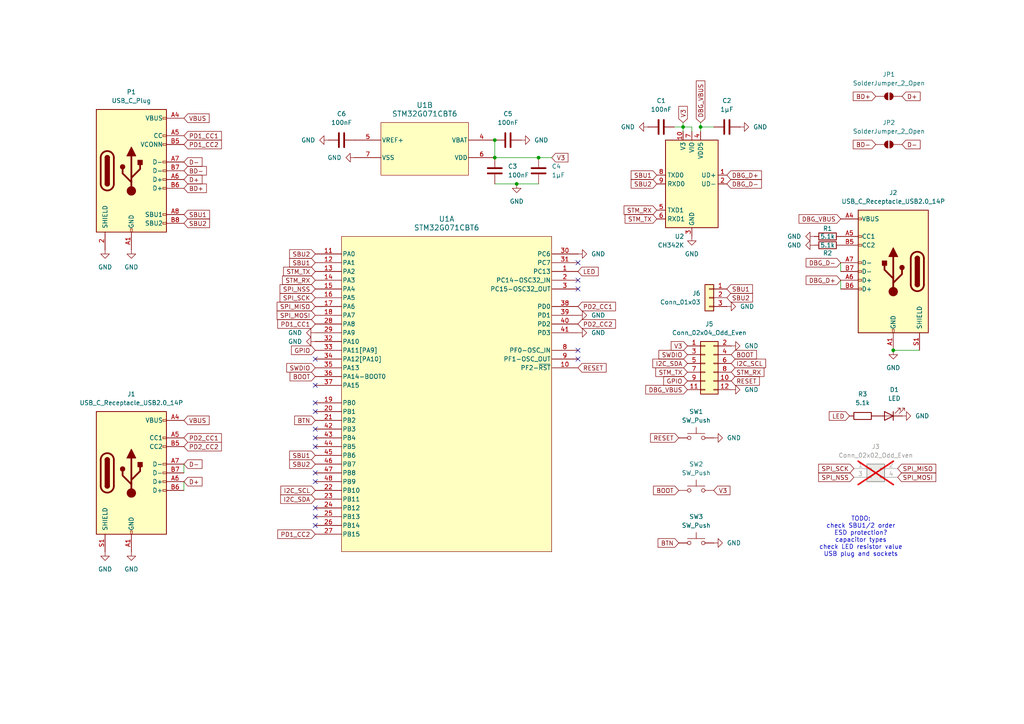
<source format=kicad_sch>
(kicad_sch (version 20231120) (generator "eeschema") (generator_version "8.0")
  (paper "A4")
  (lib_symbols
    (symbol "Connector:USB_C_Plug" (pin_names (offset 1.016))
      (property "Reference" "P1" (at 0 33.02 0))
      (property "Value" "USB_C_Plug" (at 0 30.48 0))
      (symbol "USB_C_Plug_0_0"
        (rectangle (start -0.254 -6.604) (end 0.254 -7.62))
        (rectangle (start 9.144 5.334) (end 10.16 4.826))
        (rectangle (start 9.144 7.874) (end 10.16 7.366))
        (rectangle (start 9.144 10.414) (end 10.16 9.906))
        (rectangle (start 9.144 12.954) (end 10.16 12.446))
        (rectangle (start 9.144 18.034) (end 10.16 17.526))
        (rectangle (start 10.16 -4.826) (end 9.144 -5.334))
        (rectangle (start 10.16 -2.286) (end 9.144 -2.794))
        (rectangle (start 10.16 20.574) (end 9.144 20.066))
        (rectangle (start 10.16 25.654) (end 9.144 25.146))
      )
      (symbol "USB_C_Plug_0_1"
        (rectangle (start -10.16 27.94) (end 10.16 -7.62) (stroke (width 0.254)) (fill (type background)))
        (arc (start -8.89 6.35) (mid -6.985 4.4533) (end -5.08 6.35) (stroke (width 0.508)))
        (arc (start -7.62 6.35) (mid -6.985 5.7177) (end -6.35 6.35) (stroke (width 0.254)))
        (arc (start -7.62 6.35) (mid -6.985 5.7177) (end -6.35 6.35) (stroke (width 0.254)) (fill (type outline)))
        (rectangle (start -7.62 6.35) (end -6.35 13.97) (stroke (width 0.254)) (fill (type outline)))
        (arc (start -6.35 13.97) (mid -6.985 14.6023) (end -7.62 13.97) (stroke (width 0.254)))
        (arc (start -6.35 13.97) (mid -6.985 14.6023) (end -7.62 13.97) (stroke (width 0.254)) (fill (type outline)))
        (arc (start -5.08 13.97) (mid -6.985 15.8667) (end -8.89 13.97) (stroke (width 0.508)))
        (polyline (pts (xy -8.89 6.35) (xy -8.89 13.97)) (stroke (width 0.508)))
        (polyline (pts (xy -5.08 13.97) (xy -5.08 6.35)) (stroke (width 0.508)))
      )
      (symbol "USB_C_Plug_1_1"
        (circle (center -2.54 11.303) (radius 0.635) (stroke (width 0.254)) (fill (type outline)))
        (polyline (pts (xy 0 4.318) (xy 0 14.478)) (stroke (width 0.508)))
        (polyline (pts (xy 0 6.858) (xy -2.54 9.398) (xy -2.54 10.668)) (stroke (width 0.508)))
        (polyline (pts (xy 0 8.128) (xy 2.54 10.668) (xy 2.54 11.938)) (stroke (width 0.508)))
        (polyline (pts (xy -1.27 14.478) (xy 0 17.018) (xy 1.27 14.478) (xy -1.27 14.478)) (stroke (width 0.254)) (fill (type outline)))
        (circle (center 0 4.318) (radius 1.27) (fill (type outline)))
        (rectangle (start 1.905 11.938) (end 3.175 13.208) (stroke (width 0.254)) (fill (type outline)))
        (pin passive line (at -7.62 -12.7 90) (length 5.08) (name "SHIELD") (number "2"))
        (pin passive line (at -7.62 -12.7 90) (length 5.08) hide (name "SHIELD") (number "3"))
        (pin passive line (at 0 -12.7 90) (length 5.08) (name "GND") (number "A1"))
        (pin passive line (at 0 -12.7 90) (length 5.08) hide (name "GND") (number "A12"))
        (pin passive line (at 15.24 25.4 180) (length 5.08) (name "VBUS") (number "A4"))
        (pin bidirectional line (at 15.24 20.32 180) (length 5.08) (name "CC") (number "A5"))
        (pin bidirectional line (at 15.24 7.62 180) (length 5.08) (name "D+") (number "A6"))
        (pin bidirectional line (at 15.24 12.7 180) (length 5.08) (name "D-") (number "A7"))
        (pin bidirectional line (at 15.24 -2.54 180) (length 5.08) (name "SBU1") (number "A8"))
        (pin passive line (at 15.24 25.4 180) (length 5.08) hide (name "VBUS") (number "A9"))
        (pin passive line (at 0 -12.7 90) (length 5.08) hide (name "GND") (number "B1"))
        (pin passive line (at 0 -12.7 90) (length 5.08) hide (name "GND") (number "B12"))
        (pin passive line (at 15.24 25.4 180) (length 5.08) hide (name "VBUS") (number "B4"))
        (pin bidirectional line (at 15.24 17.78 180) (length 5.08) (name "VCONN") (number "B5"))
        (pin bidirectional line (at 15.24 5.08 180) (length 5.08) (name "D+") (number "B6"))
        (pin bidirectional line (at 15.24 10.16 180) (length 5.08) (name "D-") (number "B7"))
        (pin bidirectional line (at 15.24 -5.08 180) (length 5.08) (name "SBU2") (number "B8"))
        (pin passive line (at 15.24 25.4 180) (length 5.08) hide (name "VBUS") (number "B9"))
      )
    )
    (symbol "Connector:USB_C_Receptacle_USB2.0_14P" (pin_names (offset 1.016))
      (property "Reference" "J2" (at 0 22.86 0))
      (property "Value" "USB_C_Receptacle_USB2.0_14P" (at 0 20.32 0))
      (symbol "USB_C_Receptacle_USB2.0_14P_0_0"
        (rectangle (start -0.254 -17.78) (end 0.254 -16.764))
        (rectangle (start 10.16 -4.826) (end 9.144 -5.334))
        (rectangle (start 10.16 -2.286) (end 9.144 -2.794))
        (rectangle (start 10.16 0.254) (end 9.144 -0.254))
        (rectangle (start 10.16 2.794) (end 9.144 2.286))
        (rectangle (start 10.16 7.874) (end 9.144 7.366))
        (rectangle (start 10.16 10.414) (end 9.144 9.906))
        (rectangle (start 10.16 15.494) (end 9.144 14.986))
      )
      (symbol "USB_C_Receptacle_USB2.0_14P_0_1"
        (rectangle (start -10.16 17.78) (end 10.16 -17.78) (stroke (width 0.254)) (fill (type background)))
        (arc (start -8.89 -3.81) (mid -6.985 -5.7067) (end -5.08 -3.81) (stroke (width 0.508)))
        (arc (start -7.62 -3.81) (mid -6.985 -4.4423) (end -6.35 -3.81) (stroke (width 0.254)))
        (arc (start -7.62 -3.81) (mid -6.985 -4.4423) (end -6.35 -3.81) (stroke (width 0.254)) (fill (type outline)))
        (rectangle (start -7.62 -3.81) (end -6.35 3.81) (stroke (width 0.254)) (fill (type outline)))
        (arc (start -6.35 3.81) (mid -6.985 4.4423) (end -7.62 3.81) (stroke (width 0.254)))
        (arc (start -6.35 3.81) (mid -6.985 4.4423) (end -7.62 3.81) (stroke (width 0.254)) (fill (type outline)))
        (arc (start -5.08 3.81) (mid -6.985 5.7067) (end -8.89 3.81) (stroke (width 0.508)))
        (circle (center -2.54 1.143) (radius 0.635) (stroke (width 0.254)) (fill (type outline)))
        (circle (center 0 -5.842) (radius 1.27) (fill (type outline)))
        (polyline (pts (xy -8.89 -3.81) (xy -8.89 3.81)) (stroke (width 0.508)))
        (polyline (pts (xy -5.08 3.81) (xy -5.08 -3.81)) (stroke (width 0.508)))
        (polyline (pts (xy 0 -5.842) (xy 0 4.318)) (stroke (width 0.508)))
        (polyline (pts (xy 0 -3.302) (xy -2.54 -0.762) (xy -2.54 0.508)) (stroke (width 0.508)))
        (polyline (pts (xy 0 -2.032) (xy 2.54 0.508) (xy 2.54 1.778)) (stroke (width 0.508)))
        (polyline (pts (xy -1.27 4.318) (xy 0 6.858) (xy 1.27 4.318) (xy -1.27 4.318)) (stroke (width 0.254)) (fill (type outline)))
        (rectangle (start 1.905 1.778) (end 3.175 3.048) (stroke (width 0.254)) (fill (type outline)))
      )
      (symbol "USB_C_Receptacle_USB2.0_14P_1_1"
        (pin passive line (at 0 -22.86 90) (length 5.08) (name "GND") (number "A1"))
        (pin passive line (at 15.24 15.24 180) (length 5.08) (name "VBUS") (number "A4"))
        (pin bidirectional line (at 15.24 10.16 180) (length 5.08) (name "CC1") (number "A5"))
        (pin bidirectional line (at 15.24 -2.54 180) (length 5.08) (name "D+") (number "A6"))
        (pin bidirectional line (at 15.24 2.54 180) (length 5.08) (name "D-") (number "A7"))
        (pin passive line (at 0 -22.86 90) (length 5.08) hide (name "GND") (number "B1"))
        (pin passive line (at 15.24 15.24 180) (length 5.08) hide (name "VBUS") (number "B4"))
        (pin bidirectional line (at 15.24 7.62 180) (length 5.08) (name "CC2") (number "B5"))
        (pin bidirectional line (at 15.24 -5.08 180) (length 5.08) (name "D+") (number "B6"))
        (pin bidirectional line (at 15.24 0 180) (length 5.08) (name "D-") (number "B7"))
        (pin passive line (at -7.62 -22.86 90) (length 5.08) (name "SHIELD") (number "S1"))
      )
    )
    (symbol "Connector_Generic:Conn_01x03" (pin_names (offset 1.016) hide)
      (property "Reference" "J" (at 0 5.08 0))
      (property "Value" "Conn_01x03" (at 0 -5.08 0))
      (symbol "Conn_01x03_1_1"
        (rectangle (start -1.27 -2.413) (end 0 -2.667) (stroke (width 0.1524)))
        (rectangle (start -1.27 0.127) (end 0 -0.127) (stroke (width 0.1524)))
        (rectangle (start -1.27 2.667) (end 0 2.413) (stroke (width 0.1524)))
        (rectangle (start -1.27 3.81) (end 1.27 -3.81) (stroke (width 0.254)) (fill (type background)))
        (pin passive line (at -5.08 2.54 0) (length 3.81) (name "Pin_1") (number "1"))
        (pin passive line (at -5.08 0 0) (length 3.81) (name "Pin_2") (number "2"))
        (pin passive line (at -5.08 -2.54 0) (length 3.81) (name "Pin_3") (number "3"))
      )
    )
    (symbol "Connector_Generic:Conn_02x02_Odd_Even" (pin_names (offset 1.016) hide)
      (property "Reference" "J" (at 1.27 2.54 0))
      (property "Value" "Conn_02x02_Odd_Even" (at 1.27 -5.08 0))
      (symbol "Conn_02x02_Odd_Even_1_1"
        (rectangle (start -1.27 -2.413) (end 0 -2.667) (stroke (width 0.1524)))
        (rectangle (start -1.27 0.127) (end 0 -0.127) (stroke (width 0.1524)))
        (rectangle (start -1.27 1.27) (end 3.81 -3.81) (stroke (width 0.254)) (fill (type background)))
        (rectangle (start 3.81 -2.413) (end 2.54 -2.667) (stroke (width 0.1524)))
        (rectangle (start 3.81 0.127) (end 2.54 -0.127) (stroke (width 0.1524)))
        (pin passive line (at -5.08 0 0) (length 3.81) (name "Pin_1") (number "1"))
        (pin passive line (at 7.62 0 180) (length 3.81) (name "Pin_2") (number "2"))
        (pin passive line (at -5.08 -2.54 0) (length 3.81) (name "Pin_3") (number "3"))
        (pin passive line (at 7.62 -2.54 180) (length 3.81) (name "Pin_4") (number "4"))
      )
    )
    (symbol "Connector_Generic:Conn_02x06_Odd_Even" (pin_names (offset 1.016) hide)
      (property "Reference" "J" (at 1.27 7.62 0))
      (property "Value" "Conn_02x06_Odd_Even" (at 1.27 -10.16 0))
      (symbol "Conn_02x06_Odd_Even_1_1"
        (rectangle (start -1.27 -7.493) (end 0 -7.747) (stroke (width 0.1524)))
        (rectangle (start -1.27 -4.953) (end 0 -5.207) (stroke (width 0.1524)))
        (rectangle (start -1.27 -2.413) (end 0 -2.667) (stroke (width 0.1524)))
        (rectangle (start -1.27 0.127) (end 0 -0.127) (stroke (width 0.1524)))
        (rectangle (start -1.27 2.667) (end 0 2.413) (stroke (width 0.1524)))
        (rectangle (start -1.27 5.207) (end 0 4.953) (stroke (width 0.1524)))
        (rectangle (start -1.27 6.35) (end 3.81 -8.89) (stroke (width 0.254)) (fill (type background)))
        (rectangle (start 3.81 -7.493) (end 2.54 -7.747) (stroke (width 0.1524)))
        (rectangle (start 3.81 -4.953) (end 2.54 -5.207) (stroke (width 0.1524)))
        (rectangle (start 3.81 -2.413) (end 2.54 -2.667) (stroke (width 0.1524)))
        (rectangle (start 3.81 0.127) (end 2.54 -0.127) (stroke (width 0.1524)))
        (rectangle (start 3.81 2.667) (end 2.54 2.413) (stroke (width 0.1524)))
        (rectangle (start 3.81 5.207) (end 2.54 4.953) (stroke (width 0.1524)))
        (pin passive line (at -5.08 5.08 0) (length 3.81) (name "Pin_1") (number "1"))
        (pin passive line (at 7.62 -5.08 180) (length 3.81) (name "Pin_10") (number "10"))
        (pin passive line (at -5.08 -7.62 0) (length 3.81) (name "Pin_11") (number "11"))
        (pin passive line (at 7.62 -7.62 180) (length 3.81) (name "Pin_12") (number "12"))
        (pin passive line (at 7.62 5.08 180) (length 3.81) (name "Pin_2") (number "2"))
        (pin passive line (at -5.08 2.54 0) (length 3.81) (name "Pin_3") (number "3"))
        (pin passive line (at 7.62 2.54 180) (length 3.81) (name "Pin_4") (number "4"))
        (pin passive line (at -5.08 0 0) (length 3.81) (name "Pin_5") (number "5"))
        (pin passive line (at 7.62 0 180) (length 3.81) (name "Pin_6") (number "6"))
        (pin passive line (at -5.08 -2.54 0) (length 3.81) (name "Pin_7") (number "7"))
        (pin passive line (at 7.62 -2.54 180) (length 3.81) (name "Pin_8") (number "8"))
        (pin passive line (at -5.08 -5.08 0) (length 3.81) (name "Pin_9") (number "9"))
      )
    )
    (symbol "Debubo:STM32G071CBT6" (pin_names (offset 0.254))
      (property "Reference" "U" (at 38.1 10.16 0))
      (property "Value" "STM32G071CBT6" (at 38.1 7.62 0))
      (symbol "STM32G071CBT6_1_1"
        (rectangle (start 7.62 5.08) (end 68.58 -86.36) (fill (type background)))
        (pin bidirectional line (at 76.2 -5.08 180) (length 7.62) (name "PC13") (number "1"))
        (pin bidirectional line (at 76.2 -33.02 180) (length 7.62) (name "PF2-~{RST}") (number "10"))
        (pin bidirectional line (at 0 0 0) (length 7.62) (name "PA0") (number "11"))
        (pin bidirectional line (at 0 -2.54 0) (length 7.62) (name "PA1") (number "12"))
        (pin bidirectional line (at 0 -5.08 0) (length 7.62) (name "PA2") (number "13"))
        (pin bidirectional line (at 0 -7.62 0) (length 7.62) (name "PA3") (number "14"))
        (pin bidirectional line (at 0 -10.16 0) (length 7.62) (name "PA4") (number "15"))
        (pin bidirectional line (at 0 -12.7 0) (length 7.62) (name "PA5") (number "16"))
        (pin bidirectional line (at 0 -15.24 0) (length 7.62) (name "PA6") (number "17"))
        (pin bidirectional line (at 0 -17.78 0) (length 7.62) (name "PA7") (number "18"))
        (pin bidirectional line (at 0 -43.18 0) (length 7.62) (name "PB0") (number "19"))
        (pin bidirectional line (at 76.2 -7.62 180) (length 7.62) (name "PC14-OSC32_IN") (number "2"))
        (pin bidirectional line (at 0 -45.72 0) (length 7.62) (name "PB1") (number "20"))
        (pin bidirectional line (at 0 -48.26 0) (length 7.62) (name "PB2") (number "21"))
        (pin bidirectional line (at 0 -68.58 0) (length 7.62) (name "PB10") (number "22"))
        (pin bidirectional line (at 0 -71.12 0) (length 7.62) (name "PB11") (number "23"))
        (pin bidirectional line (at 0 -73.66 0) (length 7.62) (name "PB12") (number "24"))
        (pin bidirectional line (at 0 -76.2 0) (length 7.62) (name "PB13") (number "25"))
        (pin bidirectional line (at 0 -78.74 0) (length 7.62) (name "PB14") (number "26"))
        (pin bidirectional line (at 0 -81.28 0) (length 7.62) (name "PB15") (number "27"))
        (pin bidirectional line (at 0 -20.32 0) (length 7.62) (name "PA8") (number "28"))
        (pin bidirectional line (at 0 -22.86 0) (length 7.62) (name "PA9") (number "29"))
        (pin bidirectional line (at 76.2 -10.16 180) (length 7.62) (name "PC15-OSC32_OUT") (number "3"))
        (pin bidirectional line (at 76.2 0 180) (length 7.62) (name "PC6") (number "30"))
        (pin bidirectional line (at 76.2 -2.54 180) (length 7.62) (name "PC7") (number "31"))
        (pin bidirectional line (at 0 -25.4 0) (length 7.62) (name "PA10") (number "32"))
        (pin bidirectional line (at 0 -27.94 0) (length 7.62) (name "PA11[PA9]") (number "33"))
        (pin bidirectional line (at 0 -30.48 0) (length 7.62) (name "PA12[PA10]") (number "34"))
        (pin bidirectional line (at 0 -33.02 0) (length 7.62) (name "PA13") (number "35"))
        (pin bidirectional line (at 0 -35.56 0) (length 7.62) (name "PA14-BOOT0") (number "36"))
        (pin bidirectional line (at 0 -38.1 0) (length 7.62) (name "PA15") (number "37"))
        (pin bidirectional line (at 76.2 -15.24 180) (length 7.62) (name "PD0") (number "38"))
        (pin bidirectional line (at 76.2 -17.78 180) (length 7.62) (name "PD1") (number "39"))
        (pin bidirectional line (at 76.2 -20.32 180) (length 7.62) (name "PD2") (number "40"))
        (pin bidirectional line (at 76.2 -22.86 180) (length 7.62) (name "PD3") (number "41"))
        (pin bidirectional line (at 0 -50.8 0) (length 7.62) (name "PB3") (number "42"))
        (pin bidirectional line (at 0 -53.34 0) (length 7.62) (name "PB4") (number "43"))
        (pin bidirectional line (at 0 -55.88 0) (length 7.62) (name "PB5") (number "44"))
        (pin bidirectional line (at 0 -58.42 0) (length 7.62) (name "PB6") (number "45"))
        (pin bidirectional line (at 0 -60.96 0) (length 7.62) (name "PB7") (number "46"))
        (pin bidirectional line (at 0 -63.5 0) (length 7.62) (name "PB8") (number "47"))
        (pin bidirectional line (at 0 -66.04 0) (length 7.62) (name "PB9") (number "48"))
        (pin bidirectional line (at 76.2 -27.94 180) (length 7.62) (name "PF0-OSC_IN") (number "8"))
        (pin bidirectional line (at 76.2 -30.48 180) (length 7.62) (name "PF1-OSC_OUT") (number "9"))
      )
      (symbol "STM32G071CBT6_2_1"
        (rectangle (start 7.62 5.08) (end 33.02 -10.16) (fill (type background)))
        (pin power_in line (at 40.64 0 180) (length 7.62) (name "VBAT") (number "4"))
        (pin power_in line (at 0 0 0) (length 7.62) (name "VREF+") (number "5"))
        (pin power_in line (at 40.64 -5.08 180) (length 7.62) (name "VDD") (number "6"))
        (pin power_in line (at 0 -5.08 0) (length 7.62) (name "VSS") (number "7"))
      )
    )
    (symbol "Device:C" (pin_numbers hide) (pin_names (offset 0.254))
      (property "Reference" "C" (at 0.635 2.54 0))
      (property "Value" "C" (at 0.635 -2.54 0))
      (symbol "C_0_1"
        (polyline (pts (xy -2.032 -0.762) (xy 2.032 -0.762)) (stroke (width 0.508)))
        (polyline (pts (xy -2.032 0.762) (xy 2.032 0.762)) (stroke (width 0.508)))
      )
      (symbol "C_1_1"
        (pin passive line (at 0 3.81 270) (length 2.794) (name "~") (number "1"))
        (pin passive line (at 0 -3.81 90) (length 2.794) (name "~") (number "2"))
      )
    )
    (symbol "Device:LED" (pin_numbers hide) (pin_names (offset 1.016) hide)
      (property "Reference" "D" (at 0 2.54 0))
      (property "Value" "LED" (at 0 -2.54 0))
      (symbol "LED_0_1"
        (polyline (pts (xy -1.27 -1.27) (xy -1.27 1.27)) (stroke (width 0.254)))
        (polyline (pts (xy -1.27 0) (xy 1.27 0)))
        (polyline (pts (xy 1.27 -1.27) (xy 1.27 1.27) (xy -1.27 0) (xy 1.27 -1.27)) (stroke (width 0.254)))
        (polyline (pts (xy -3.048 -0.762) (xy -4.572 -2.286) (xy -3.81 -2.286) (xy -4.572 -2.286) (xy -4.572 -1.524)))
        (polyline (pts (xy -1.778 -0.762) (xy -3.302 -2.286) (xy -2.54 -2.286) (xy -3.302 -2.286) (xy -3.302 -1.524)))
      )
      (symbol "LED_1_1"
        (pin passive line (at -3.81 0 0) (length 2.54) (name "K") (number "1"))
        (pin passive line (at 3.81 0 180) (length 2.54) (name "A") (number "2"))
      )
    )
    (symbol "Device:R" (pin_numbers hide) (pin_names (offset 0))
      (property "Reference" "R" (at 2.032 0 90))
      (property "Value" "R" (at 0 0 90))
      (symbol "R_0_1"
        (rectangle (start -1.016 -2.54) (end 1.016 2.54) (stroke (width 0.254)))
      )
      (symbol "R_1_1"
        (pin passive line (at 0 3.81 270) (length 1.27) (name "~") (number "1"))
        (pin passive line (at 0 -3.81 90) (length 1.27) (name "~") (number "2"))
      )
    )
    (symbol "Interface_USB:CH340K"
      (property "Reference" "U2" (at 2.1941 -15.24 0))
      (property "Value" "CH342K" (at 2.1941 -17.78 0))
      (symbol "CH340K_0_1"
        (rectangle (start -7.62 12.7) (end 7.62 -12.7) (stroke (width 0.254)) (fill (type background)))
      )
      (symbol "CH340K_1_0"
        (pin passive line (at 0 -15.24 90) (length 2.54) hide (name "GND") (number "11"))
      )
      (symbol "CH340K_1_1"
        (pin bidirectional line (at -10.16 2.54 0) (length 2.54) (name "UD+") (number "1"))
        (pin passive line (at 2.54 15.24 270) (length 2.54) (name "V3") (number "10"))
        (pin bidirectional line (at -10.16 0 0) (length 2.54) (name "UD-") (number "2"))
        (pin power_in line (at 0 -15.24 90) (length 2.54) (name "GND") (number "3"))
        (pin power_in line (at -2.54 15.24 270) (length 2.54) (name "VDD5") (number "4"))
        (pin output line (at 10.16 -7.62 180) (length 2.54) (name "TXD1") (number "5"))
        (pin input line (at 10.16 -10.16 180) (length 2.54) (name "RXD1") (number "6"))
        (pin power_in line (at 0 15.24 270) (length 2.54) (name "VIO") (number "7"))
        (pin output line (at 10.16 2.54 180) (length 2.54) (name "TXD0") (number "8"))
        (pin input line (at 10.16 0 180) (length 2.54) (name "RXD0") (number "9"))
      )
    )
    (symbol "Jumper:SolderJumper_2_Open" (pin_numbers hide) (pin_names (offset 0) hide) (exclude_from_sim yes) (in_bom no)
      (property "Reference" "JP" (at 0 2.032 0))
      (property "Value" "SolderJumper_2_Open" (at 0 -2.54 0))
      (symbol "SolderJumper_2_Open_0_1"
        (arc (start -0.254 1.016) (mid -1.2656 0) (end -0.254 -1.016))
        (arc (start -0.254 1.016) (mid -1.2656 0) (end -0.254 -1.016) (fill (type outline)))
        (polyline (pts (xy -0.254 1.016) (xy -0.254 -1.016)))
        (polyline (pts (xy 0.254 1.016) (xy 0.254 -1.016)))
        (arc (start 0.254 -1.016) (mid 1.2656 0) (end 0.254 1.016))
        (arc (start 0.254 -1.016) (mid 1.2656 0) (end 0.254 1.016) (fill (type outline)))
      )
      (symbol "SolderJumper_2_Open_1_1"
        (pin passive line (at -3.81 0 0) (length 2.54) (name "A") (number "1"))
        (pin passive line (at 3.81 0 180) (length 2.54) (name "B") (number "2"))
      )
    )
    (symbol "Switch:SW_Push" (pin_numbers hide) (pin_names (offset 1.016) hide)
      (property "Reference" "SW" (at 1.27 2.54 0))
      (property "Value" "SW_Push" (at 0 -1.524 0))
      (symbol "SW_Push_0_1"
        (circle (center -2.032 0) (radius 0.508))
        (polyline (pts (xy 0 1.27) (xy 0 3.048)))
        (polyline (pts (xy 2.54 1.27) (xy -2.54 1.27)))
        (circle (center 2.032 0) (radius 0.508))
        (pin passive line (at -5.08 0 0) (length 2.54) (name "1") (number "1"))
        (pin passive line (at 5.08 0 180) (length 2.54) (name "2") (number "2"))
      )
    )
    (symbol "USB_C_Receptacle_USB2.0_14P_1" (pin_names (offset 1.016))
      (property "Reference" "J1" (at 0 22.86 0))
      (property "Value" "USB_C_Receptacle_USB2.0_14P" (at 0 20.32 0))
      (symbol "USB_C_Receptacle_USB2.0_14P_1_0_0"
        (rectangle (start -0.254 -17.78) (end 0.254 -16.764))
        (rectangle (start 10.16 -4.826) (end 9.144 -5.334))
        (rectangle (start 10.16 -2.286) (end 9.144 -2.794))
        (rectangle (start 10.16 0.254) (end 9.144 -0.254))
        (rectangle (start 10.16 2.794) (end 9.144 2.286))
        (rectangle (start 10.16 7.874) (end 9.144 7.366))
        (rectangle (start 10.16 10.414) (end 9.144 9.906))
        (rectangle (start 10.16 15.494) (end 9.144 14.986))
      )
      (symbol "USB_C_Receptacle_USB2.0_14P_1_0_1"
        (rectangle (start -10.16 17.78) (end 10.16 -17.78) (stroke (width 0.254)) (fill (type background)))
        (arc (start -8.89 -3.81) (mid -6.985 -5.7067) (end -5.08 -3.81) (stroke (width 0.508)))
        (arc (start -7.62 -3.81) (mid -6.985 -4.4423) (end -6.35 -3.81) (stroke (width 0.254)))
        (arc (start -7.62 -3.81) (mid -6.985 -4.4423) (end -6.35 -3.81) (stroke (width 0.254)) (fill (type outline)))
        (rectangle (start -7.62 -3.81) (end -6.35 3.81) (stroke (width 0.254)) (fill (type outline)))
        (arc (start -6.35 3.81) (mid -6.985 4.4423) (end -7.62 3.81) (stroke (width 0.254)))
        (arc (start -6.35 3.81) (mid -6.985 4.4423) (end -7.62 3.81) (stroke (width 0.254)) (fill (type outline)))
        (arc (start -5.08 3.81) (mid -6.985 5.7067) (end -8.89 3.81) (stroke (width 0.508)))
        (circle (center -2.54 1.143) (radius 0.635) (stroke (width 0.254)) (fill (type outline)))
        (circle (center 0 -5.842) (radius 1.27) (fill (type outline)))
        (polyline (pts (xy -8.89 -3.81) (xy -8.89 3.81)) (stroke (width 0.508)))
        (polyline (pts (xy -5.08 3.81) (xy -5.08 -3.81)) (stroke (width 0.508)))
        (polyline (pts (xy 0 -5.842) (xy 0 4.318)) (stroke (width 0.508)))
        (polyline (pts (xy 0 -3.302) (xy -2.54 -0.762) (xy -2.54 0.508)) (stroke (width 0.508)))
        (polyline (pts (xy 0 -2.032) (xy 2.54 0.508) (xy 2.54 1.778)) (stroke (width 0.508)))
        (polyline (pts (xy -1.27 4.318) (xy 0 6.858) (xy 1.27 4.318) (xy -1.27 4.318)) (stroke (width 0.254)) (fill (type outline)))
        (rectangle (start 1.905 1.778) (end 3.175 3.048) (stroke (width 0.254)) (fill (type outline)))
      )
      (symbol "USB_C_Receptacle_USB2.0_14P_1_1_1"
        (pin passive line (at 0 -22.86 90) (length 5.08) (name "GND") (number "A1"))
        (pin passive line (at 15.24 15.24 180) (length 5.08) (name "VBUS") (number "A4"))
        (pin bidirectional line (at 15.24 10.16 180) (length 5.08) (name "CC1") (number "A5"))
        (pin bidirectional line (at 15.24 -2.54 180) (length 5.08) (name "D+") (number "A6"))
        (pin bidirectional line (at 15.24 2.54 180) (length 5.08) (name "D-") (number "A7"))
        (pin passive line (at 0 -22.86 90) (length 5.08) hide (name "GND") (number "B1"))
        (pin passive line (at 15.24 15.24 180) (length 5.08) hide (name "VBUS") (number "B4"))
        (pin bidirectional line (at 15.24 7.62 180) (length 5.08) (name "CC2") (number "B5"))
        (pin bidirectional line (at 15.24 -5.08 180) (length 5.08) (name "D+") (number "B6"))
        (pin bidirectional line (at 15.24 0 180) (length 5.08) (name "D-") (number "B7"))
        (pin passive line (at -7.62 -22.86 90) (length 5.08) (name "SHIELD") (number "S1"))
      )
    )
    (symbol "power:GND" (power) (pin_numbers hide) (pin_names (offset 0) hide)
      (property "Value" "GND" (at 0 -3.81 0))
      (symbol "GND_0_1"
        (polyline (pts (xy 0 0) (xy 0 -1.27) (xy 1.27 -1.27) (xy 0 -2.54) (xy -1.27 -1.27) (xy 0 -1.27)))
      )
      (symbol "GND_1_1"
        (pin power_in line (at 0 0 270) (length 0) (name "~") (number "1"))
      )
    )
  )
  (junction (at 156.21 45.72))
  (junction (at 198.12 36.83))
  (junction (at 259.08 101.6))
  (junction (at 203.2 36.83))
  (junction (at 143.51 45.72))
  (junction (at 143.51 40.64))
  (junction (at 149.86 53.34))
  (no_connect (at 167.64 81.28))
  (no_connect (at 91.44 116.84))
  (no_connect (at 91.44 111.76))
  (no_connect (at 167.64 83.82))
  (no_connect (at 91.44 124.46))
  (no_connect (at 91.44 152.4))
  (no_connect (at 91.44 127))
  (no_connect (at 91.44 139.7))
  (no_connect (at 91.44 149.86))
  (no_connect (at 91.44 119.38))
  (no_connect (at 167.64 104.14))
  (no_connect (at 167.64 76.2))
  (no_connect (at 91.44 137.16))
  (no_connect (at 91.44 129.54))
  (no_connect (at 167.64 101.6))
  (no_connect (at 91.44 104.14))
  (no_connect (at 91.44 147.32))
  (wire (pts (xy 198.12 35.56) (xy 198.12 36.83)))
  (wire (pts (xy 200.66 36.83) (xy 200.66 38.1)))
  (wire (pts (xy 143.51 40.64) (xy 143.51 45.72)))
  (wire (pts (xy 198.12 36.83) (xy 200.66 36.83)))
  (wire (pts (xy 156.21 45.72) (xy 160.02 45.72)))
  (wire (pts (xy 53.34 134.62) (xy 53.34 137.16)))
  (wire (pts (xy 143.51 45.72) (xy 156.21 45.72)))
  (wire (pts (xy 143.51 53.34) (xy 149.86 53.34)))
  (wire (pts (xy 53.34 139.7) (xy 53.34 142.24)))
  (wire (pts (xy 243.84 81.28) (xy 243.84 83.82)))
  (wire (pts (xy 203.2 36.83) (xy 203.2 38.1)))
  (wire (pts (xy 243.84 76.2) (xy 243.84 78.74)))
  (wire (pts (xy 259.08 101.6) (xy 266.7 101.6)))
  (wire (pts (xy 203.2 35.56) (xy 203.2 36.83)))
  (wire (pts (xy 207.01 36.83) (xy 203.2 36.83)))
  (wire (pts (xy 149.86 53.34) (xy 156.21 53.34)))
  (wire (pts (xy 195.58 36.83) (xy 198.12 36.83)))
  (wire (pts (xy 198.12 36.83) (xy 198.12 38.1)))
  (text "TODO:\ncheck SBU1/2 order\nESD protection?\ncapacitor types\ncheck LED resistor value\nUSB plug and sockets" (at 249.682 155.702 0) (effects (font (size 1.27 1.27))))
  (global_label "V3" (shape input) (at 199.39 100.33 180) (property "Intersheetrefs" "${INTERSHEET_REFS}" (effects (hide yes))))
  (global_label "BTN" (shape input) (at 91.44 121.92 180) (property "Intersheetrefs" "${INTERSHEET_REFS}" (effects (hide yes))))
  (global_label "BD+" (shape input) (at 53.34 54.61 0) (property "Intersheetrefs" "${INTERSHEET_REFS}" (effects (hide yes))))
  (global_label "DBG_D+" (shape input) (at 210.82 50.8 0) (property "Intersheetrefs" "${INTERSHEET_REFS}" (effects (hide yes))))
  (global_label "SPI_SCK" (shape input) (at 91.44 86.36 180) (property "Intersheetrefs" "${INTERSHEET_REFS}" (effects (hide yes))))
  (global_label "PD1_CC1" (shape input) (at 91.44 93.98 180) (property "Intersheetrefs" "${INTERSHEET_REFS}" (effects (hide yes))))
  (global_label "SBU2" (shape input) (at 91.44 134.62 180) (property "Intersheetrefs" "${INTERSHEET_REFS}" (effects (hide yes))))
  (global_label "RESET" (shape input) (at 196.85 127 180) (property "Intersheetrefs" "${INTERSHEET_REFS}" (effects (hide yes))))
  (global_label "GPIO" (shape input) (at 199.39 110.49 180) (property "Intersheetrefs" "${INTERSHEET_REFS}" (effects (hide yes))))
  (global_label "PD1_CC2" (shape input) (at 53.34 41.91 0) (property "Intersheetrefs" "${INTERSHEET_REFS}" (effects (hide yes))))
  (global_label "STM_TX" (shape input) (at 199.39 107.95 180) (property "Intersheetrefs" "${INTERSHEET_REFS}" (effects (hide yes))))
  (global_label "SPI_MOSI" (shape input) (at 260.35 138.43 0) (property "Intersheetrefs" "${INTERSHEET_REFS}" (effects (hide yes))))
  (global_label "SBU2" (shape input) (at 91.44 73.66 180) (property "Intersheetrefs" "${INTERSHEET_REFS}" (effects (hide yes))))
  (global_label "V3" (shape input) (at 160.02 45.72 0) (property "Intersheetrefs" "${INTERSHEET_REFS}" (effects (hide yes))))
  (global_label "VBUS" (shape input) (at 53.34 121.92 0) (property "Intersheetrefs" "${INTERSHEET_REFS}" (effects (hide yes))))
  (global_label "PD2_CC2" (shape input) (at 53.34 129.54 0) (property "Intersheetrefs" "${INTERSHEET_REFS}" (effects (hide yes))))
  (global_label "I2C_SDA" (shape input) (at 91.44 144.78 180) (property "Intersheetrefs" "${INTERSHEET_REFS}" (effects (hide yes))))
  (global_label "BOOT" (shape input) (at 196.85 142.24 180) (property "Intersheetrefs" "${INTERSHEET_REFS}" (effects (hide yes))))
  (global_label "GPIO" (shape input) (at 91.44 101.6 180) (property "Intersheetrefs" "${INTERSHEET_REFS}" (effects (hide yes))))
  (global_label "SPI_MOSI" (shape input) (at 91.44 91.44 180) (property "Intersheetrefs" "${INTERSHEET_REFS}" (effects (hide yes))))
  (global_label "V3" (shape input) (at 207.01 142.24 0) (property "Intersheetrefs" "${INTERSHEET_REFS}" (effects (hide yes))))
  (global_label "SPI_MISO" (shape input) (at 260.35 135.89 0) (property "Intersheetrefs" "${INTERSHEET_REFS}" (effects (hide yes))))
  (global_label "LED" (shape input) (at 167.64 78.74 0) (property "Intersheetrefs" "${INTERSHEET_REFS}" (effects (hide yes))))
  (global_label "SBU1" (shape input) (at 91.44 132.08 180) (property "Intersheetrefs" "${INTERSHEET_REFS}" (effects (hide yes))))
  (global_label "STM_RX" (shape input) (at 190.5 60.96 180) (property "Intersheetrefs" "${INTERSHEET_REFS}" (effects (hide yes))))
  (global_label "BOOT" (shape input) (at 91.44 109.22 180) (property "Intersheetrefs" "${INTERSHEET_REFS}" (effects (hide yes))))
  (global_label "SBU2" (shape input) (at 53.34 64.77 0) (property "Intersheetrefs" "${INTERSHEET_REFS}" (effects (hide yes))))
  (global_label "RESET" (shape input) (at 212.09 110.49 0) (property "Intersheetrefs" "${INTERSHEET_REFS}" (effects (hide yes))))
  (global_label "SPI_NSS" (shape input) (at 91.44 83.82 180) (property "Intersheetrefs" "${INTERSHEET_REFS}" (effects (hide yes))))
  (global_label "I2C_SDA" (shape input) (at 199.39 105.41 180) (property "Intersheetrefs" "${INTERSHEET_REFS}" (effects (hide yes))))
  (global_label "RESET" (shape input) (at 167.64 106.68 0) (property "Intersheetrefs" "${INTERSHEET_REFS}" (effects (hide yes))))
  (global_label "SBU1" (shape input) (at 190.5 50.8 180) (property "Intersheetrefs" "${INTERSHEET_REFS}" (effects (hide yes))))
  (global_label "D-" (shape input) (at 261.62 41.91 0) (property "Intersheetrefs" "${INTERSHEET_REFS}" (effects (hide yes))))
  (global_label "BTN" (shape input) (at 196.85 157.48 180) (property "Intersheetrefs" "${INTERSHEET_REFS}" (effects (hide yes))))
  (global_label "BD+" (shape input) (at 254 27.94 180) (property "Intersheetrefs" "${INTERSHEET_REFS}" (effects (hide yes))))
  (global_label "PD1_CC2" (shape input) (at 91.44 154.94 180) (property "Intersheetrefs" "${INTERSHEET_REFS}" (effects (hide yes))))
  (global_label "D+" (shape input) (at 53.34 139.7 0) (property "Intersheetrefs" "${INTERSHEET_REFS}" (effects (hide yes))))
  (global_label "SPI_MISO" (shape input) (at 91.44 88.9 180) (property "Intersheetrefs" "${INTERSHEET_REFS}" (effects (hide yes))))
  (global_label "SPI_SCK" (shape input) (at 247.65 135.89 180) (property "Intersheetrefs" "${INTERSHEET_REFS}" (effects (hide yes))))
  (global_label "DBG_D-" (shape input) (at 243.84 76.2 180) (property "Intersheetrefs" "${INTERSHEET_REFS}" (effects (hide yes))))
  (global_label "BD-" (shape input) (at 254 41.91 180) (property "Intersheetrefs" "${INTERSHEET_REFS}" (effects (hide yes))))
  (global_label "V3" (shape input) (at 198.12 35.56 90) (property "Intersheetrefs" "${INTERSHEET_REFS}" (effects (hide yes))))
  (global_label "SBU1" (shape input) (at 53.34 62.23 0) (property "Intersheetrefs" "${INTERSHEET_REFS}" (effects (hide yes))))
  (global_label "SBU1" (shape input) (at 91.44 76.2 180) (property "Intersheetrefs" "${INTERSHEET_REFS}" (effects (hide yes))))
  (global_label "I2C_SCL" (shape input) (at 91.44 142.24 180) (property "Intersheetrefs" "${INTERSHEET_REFS}" (effects (hide yes))))
  (global_label "PD2_CC1" (shape input) (at 167.64 88.9 0) (property "Intersheetrefs" "${INTERSHEET_REFS}" (effects (hide yes))))
  (global_label "DBG_VBUS" (shape input) (at 203.2 35.56 90) (property "Intersheetrefs" "${INTERSHEET_REFS}" (effects (hide yes))))
  (global_label "PD2_CC2" (shape input) (at 167.64 93.98 0) (property "Intersheetrefs" "${INTERSHEET_REFS}" (effects (hide yes))))
  (global_label "BD-" (shape input) (at 53.34 49.53 0) (property "Intersheetrefs" "${INTERSHEET_REFS}" (effects (hide yes))))
  (global_label "STM_TX" (shape input) (at 91.44 78.74 180) (property "Intersheetrefs" "${INTERSHEET_REFS}" (effects (hide yes))))
  (global_label "DBG_VBUS" (shape input) (at 243.84 63.5 180) (property "Intersheetrefs" "${INTERSHEET_REFS}" (effects (hide yes))))
  (global_label "DBG_D-" (shape input) (at 210.82 53.34 0) (property "Intersheetrefs" "${INTERSHEET_REFS}" (effects (hide yes))))
  (global_label "SWDIO" (shape input) (at 91.44 106.68 180) (property "Intersheetrefs" "${INTERSHEET_REFS}" (effects (hide yes))))
  (global_label "VBUS" (shape input) (at 53.34 34.29 0) (property "Intersheetrefs" "${INTERSHEET_REFS}" (effects (hide yes))))
  (global_label "SWDIO" (shape input) (at 199.39 102.87 180) (property "Intersheetrefs" "${INTERSHEET_REFS}" (effects (hide yes))))
  (global_label "SBU2" (shape input) (at 190.5 53.34 180) (property "Intersheetrefs" "${INTERSHEET_REFS}" (effects (hide yes))))
  (global_label "DBG_D+" (shape input) (at 243.84 81.28 180) (property "Intersheetrefs" "${INTERSHEET_REFS}" (effects (hide yes))))
  (global_label "PD2_CC1" (shape input) (at 53.34 127 0) (property "Intersheetrefs" "${INTERSHEET_REFS}" (effects (hide yes))))
  (global_label "SPI_NSS" (shape input) (at 247.65 138.43 180) (property "Intersheetrefs" "${INTERSHEET_REFS}" (effects (hide yes))))
  (global_label "D-" (shape input) (at 53.34 46.99 0) (property "Intersheetrefs" "${INTERSHEET_REFS}" (effects (hide yes))))
  (global_label "STM_TX" (shape input) (at 190.5 63.5 180) (property "Intersheetrefs" "${INTERSHEET_REFS}" (effects (hide yes))))
  (global_label "D+" (shape input) (at 261.62 27.94 0) (property "Intersheetrefs" "${INTERSHEET_REFS}" (effects (hide yes))))
  (global_label "BOOT" (shape input) (at 212.09 102.87 0) (property "Intersheetrefs" "${INTERSHEET_REFS}" (effects (hide yes))))
  (global_label "STM_RX" (shape input) (at 212.09 107.95 0) (property "Intersheetrefs" "${INTERSHEET_REFS}" (effects (hide yes))))
  (global_label "D+" (shape input) (at 53.34 52.07 0) (property "Intersheetrefs" "${INTERSHEET_REFS}" (effects (hide yes))))
  (global_label "PD1_CC1" (shape input) (at 53.34 39.37 0) (property "Intersheetrefs" "${INTERSHEET_REFS}" (effects (hide yes))))
  (global_label "DBG_VBUS" (shape input) (at 199.39 113.03 180) (property "Intersheetrefs" "${INTERSHEET_REFS}" (effects (hide yes))))
  (global_label "I2C_SCL" (shape input) (at 212.09 105.41 0) (property "Intersheetrefs" "${INTERSHEET_REFS}" (effects (hide yes))))
  (global_label "STM_RX" (shape input) (at 91.44 81.28 180) (property "Intersheetrefs" "${INTERSHEET_REFS}" (effects (hide yes))))
  (global_label "SBU1" (shape input) (at 210.82 83.82 0) (property "Intersheetrefs" "${INTERSHEET_REFS}" (effects (hide yes))))
  (global_label "SBU2" (shape input) (at 210.82 86.36 0) (property "Intersheetrefs" "${INTERSHEET_REFS}" (effects (hide yes))))
  (global_label "D-" (shape input) (at 53.34 134.62 0) (property "Intersheetrefs" "${INTERSHEET_REFS}" (effects (hide yes))))
  (global_label "LED" (shape input) (at 246.38 120.65 180) (property "Intersheetrefs" "${INTERSHEET_REFS}" (effects (hide yes))))
  (symbol (lib_id "Device:R") (at 240.03 68.58 90) (unit 1)
    (property "Reference" "R1" (at 240.03 66.294 90))
    (property "Value" "5.1k" (at 240.03 68.58 90))
    (property "Footprint" "Resistor_SMD:R_1206_3216Metric_Pad1.30x1.75mm_HandSolder" (effects (hide yes)))
    (property "Description" "Resistor" (effects (hide yes)))
  )
  (symbol (lib_id "power:GND") (at 102.87 45.72 270) (unit 1)
    (property "Reference" "#PWR03" (effects (hide yes)))
    (property "Value" "GND" (at 99.06 45.7199 90) (effects (justify right)))
    (property "Description" "Power symbol creates a global label with name \"GND\" , ground" (effects (hide yes)))
  )
  (symbol (lib_id "Switch:SW_Push") (at 201.93 157.48 0) (unit 1)
    (property "Reference" "SW3" (at 201.93 149.86 0))
    (property "Value" "SW_Push" (at 201.93 152.4 0))
    (property "Footprint" "Button_Switch_SMD:SW_SPST_B3U-1000P" (effects (hide yes)))
    (property "Description" "Push button switch, generic, two pins" (effects (hide yes)))
  )
  (symbol (lib_id "power:GND") (at 91.44 99.06 270) (unit 1)
    (property "Reference" "#PWR020" (effects (hide yes)))
    (property "Value" "GND" (at 87.63 99.0599 90) (effects (justify right)))
    (property "Description" "Power symbol creates a global label with name \"GND\" , ground" (effects (hide yes)))
  )
  (symbol (lib_id "power:GND") (at 210.82 88.9 90) (mirror x) (unit 1)
    (property "Reference" "#PWR015" (effects (hide yes)))
    (property "Value" "GND" (at 214.63 88.8999 90) (effects (justify right)))
    (property "Description" "Power symbol creates a global label with name \"GND\" , ground" (effects (hide yes)))
  )
  (symbol (lib_id "power:GND") (at 95.25 40.64 270) (unit 1)
    (property "Reference" "#PWR017" (effects (hide yes)))
    (property "Value" "GND" (at 91.44 40.6399 90) (effects (justify right)))
    (property "Description" "Power symbol creates a global label with name \"GND\" , ground" (effects (hide yes)))
  )
  (symbol (lib_id "power:GND") (at 236.22 68.58 270) (unit 1)
    (property "Reference" "#PWR018" (effects (hide yes)))
    (property "Value" "GND" (at 232.41 68.5799 90) (effects (justify right)))
    (property "Description" "Power symbol creates a global label with name \"GND\" , ground" (effects (hide yes)))
  )
  (symbol (lib_id "Debubo:STM32G071CBT6") (at 102.87 40.64 0) (unit 2)
    (property "Reference" "U1" (at 123.19 30.48 0) (effects (font (size 1.524 1.524))))
    (property "Value" "STM32G071CBT6" (at 123.19 33.02 0) (effects (font (size 1.524 1.524))))
    (property "Footprint" "Package_QFP:LQFP-48_7x7mm_P0.5mm" (effects (hide yes)))
    (property "Datasheet" "STM32G071CBT6" (effects (hide yes)))
  )
  (symbol (lib_id "power:GND") (at 212.09 100.33 90) (unit 1)
    (property "Reference" "#PWR016" (effects (hide yes)))
    (property "Value" "GND" (at 215.9 100.3299 90) (effects (justify right)))
    (property "Description" "Power symbol creates a global label with name \"GND\" , ground" (effects (hide yes)))
  )
  (symbol (lib_id "power:GND") (at 30.48 72.39 0) (unit 1)
    (property "Reference" "#PWR025" (effects (hide yes)))
    (property "Value" "GND" (at 30.48 77.47 0))
    (property "Description" "Power symbol creates a global label with name \"GND\" , ground" (effects (hide yes)))
  )
  (symbol (lib_id "Device:C") (at 99.06 40.64 90) (unit 1)
    (property "Reference" "C6" (at 99.06 33.02 90))
    (property "Value" "100nF" (at 99.06 35.56 90))
    (property "Footprint" "Capacitor_SMD:C_1206_3216Metric_Pad1.33x1.80mm_HandSolder" (effects (hide yes)))
    (property "Description" "Unpolarized capacitor" (effects (hide yes)))
  )
  (symbol (lib_id "Switch:SW_Push") (at 201.93 127 0) (unit 1)
    (property "Reference" "SW1" (at 201.93 119.38 0))
    (property "Value" "SW_Push" (at 201.93 121.92 0))
    (property "Footprint" "Button_Switch_SMD:SW_SPST_B3U-1000P" (effects (hide yes)))
    (property "Description" "Push button switch, generic, two pins" (effects (hide yes)))
  )
  (symbol (lib_id "Interface_USB:CH340K") (at 200.66 53.34 0) (mirror y) (unit 1)
    (property "Reference" "U2" (at 198.4659 68.58 0) (effects (justify left)))
    (property "Value" "CH342K" (at 198.4659 71.12 0) (effects (justify left)))
    (property "Footprint" "Package_SO:SSOP-10-1EP_3.9x4.9mm_P1mm_EP2.1x3.3mm" (effects (hide yes)))
    (property "Datasheet" "https://www.wch-ic.com/downloads/file/295.html" (effects (hide yes)))
    (property "Description" "USB serial converter, dual UART, SSOP-10" (effects (hide yes)))
  )
  (symbol (lib_id "Jumper:SolderJumper_2_Open") (at 257.81 27.94 0) (unit 1) (exclude_from_sim yes) (in_bom no)
    (property "Reference" "JP1" (at 257.81 21.59 0))
    (property "Value" "SolderJumper_2_Open" (at 257.81 24.13 0))
    (property "Footprint" "Jumper:SolderJumper-2_P1.3mm_Open_RoundedPad1.0x1.5mm" (effects (hide yes)))
    (property "Description" "Solder Jumper, 2-pole, open" (effects (hide yes)))
  )
  (symbol (lib_id "power:GND") (at 167.64 91.44 90) (unit 1)
    (property "Reference" "#PWR011" (effects (hide yes)))
    (property "Value" "GND" (at 171.45 91.4399 90) (effects (justify right)))
    (property "Description" "Power symbol creates a global label with name \"GND\" , ground" (effects (hide yes)))
  )
  (symbol (lib_id "power:GND") (at 187.96 36.83 270) (unit 1)
    (property "Reference" "#PWR06" (effects (hide yes)))
    (property "Value" "GND" (at 184.15 36.8299 90) (effects (justify right)))
    (property "Description" "Power symbol creates a global label with name \"GND\" , ground" (effects (hide yes)))
  )
  (symbol (lib_id "power:GND") (at 214.63 36.83 90) (unit 1)
    (property "Reference" "#PWR07" (effects (hide yes)))
    (property "Value" "GND" (at 218.44 36.8299 90) (effects (justify right)))
    (property "Description" "Power symbol creates a global label with name \"GND\" , ground" (effects (hide yes)))
  )
  (symbol (lib_id "Device:R") (at 240.03 71.12 90) (unit 1)
    (property "Reference" "R2" (at 240.03 73.406 90))
    (property "Value" "5.1k" (at 240.03 71.12 90))
    (property "Footprint" "Resistor_SMD:R_1206_3216Metric_Pad1.30x1.75mm_HandSolder" (effects (hide yes)))
    (property "Description" "Resistor" (effects (hide yes)))
  )
  (symbol (lib_id "power:GND") (at 200.66 68.58 0) (unit 1)
    (property "Reference" "#PWR04" (effects (hide yes)))
    (property "Value" "GND" (at 200.66 73.66 0))
    (property "Description" "Power symbol creates a global label with name \"GND\" , ground" (effects (hide yes)))
  )
  (symbol (lib_id "power:GND") (at 38.1 72.39 0) (unit 1)
    (property "Reference" "#PWR02" (effects (hide yes)))
    (property "Value" "GND" (at 38.1 77.47 0))
    (property "Description" "Power symbol creates a global label with name \"GND\" , ground" (effects (hide yes)))
  )
  (symbol (lib_id "power:GND") (at 259.08 101.6 0) (unit 1)
    (property "Reference" "#PWR05" (effects (hide yes)))
    (property "Value" "GND" (at 259.08 106.68 0))
    (property "Description" "Power symbol creates a global label with name \"GND\" , ground" (effects (hide yes)))
  )
  (symbol (lib_id "power:GND") (at 91.44 96.52 270) (unit 1)
    (property "Reference" "#PWR013" (effects (hide yes)))
    (property "Value" "GND" (at 87.63 96.5199 90) (effects (justify right)))
    (property "Description" "Power symbol creates a global label with name \"GND\" , ground" (effects (hide yes)))
  )
  (symbol (lib_id "Connector_Generic:Conn_01x03") (at 205.74 86.36 0) (mirror y) (unit 1) (in_bom no)
    (property "Reference" "J6" (at 203.2 85.0899 0) (effects (justify left)))
    (property "Value" "Conn_01x03" (at 203.2 87.6299 0) (effects (justify left)))
    (property "Footprint" "Connector_PinSocket_2.54mm:PinSocket_1x03_P2.54mm_Vertical" (effects (hide yes)))
    (property "Description" "Generic connector, single row, 01x03, script generated (kicad-library-utils/schlib/autogen/connector/)" (effects (hide yes)))
  )
  (symbol (lib_id "Device:C") (at 210.82 36.83 270) (unit 1)
    (property "Reference" "C2" (at 210.82 29.21 90))
    (property "Value" "1µF" (at 210.82 31.75 90))
    (property "Footprint" "Capacitor_SMD:C_1206_3216Metric_Pad1.33x1.80mm_HandSolder" (effects (hide yes)))
    (property "Description" "Unpolarized capacitor" (effects (hide yes)))
  )
  (symbol (lib_id "power:GND") (at 261.62 120.65 90) (unit 1)
    (property "Reference" "#PWR022" (effects (hide yes)))
    (property "Value" "GND" (at 265.43 120.6499 90) (effects (justify right)))
    (property "Description" "Power symbol creates a global label with name \"GND\" , ground" (effects (hide yes)))
  )
  (symbol (lib_id "Switch:SW_Push") (at 201.93 142.24 0) (unit 1)
    (property "Reference" "SW2" (at 201.93 134.62 0))
    (property "Value" "SW_Push" (at 201.93 137.16 0))
    (property "Footprint" "Button_Switch_SMD:SW_SPST_B3U-1000P" (effects (hide yes)))
    (property "Description" "Push button switch, generic, two pins" (effects (hide yes)))
  )
  (symbol (lib_id "Connector:USB_C_Receptacle_USB2.0_14P") (at 259.08 78.74 0) (mirror y) (unit 1)
    (property "Reference" "J2" (at 259.08 55.88 0))
    (property "Value" "USB_C_Receptacle_USB2.0_14P" (at 259.08 58.42 0))
    (property "Footprint" "Debubo:USB-C-SMD_TYPE-C-6PIN-2MD-073" (effects (hide yes)))
    (property "Datasheet" "https://www.usb.org/sites/default/files/documents/usb_type-c.zip" (effects (hide yes)))
    (property "Description" "USB 2.0-only 14P Type-C Receptacle connector" (effects (hide yes)))
  )
  (symbol (lib_id "power:GND") (at 236.22 71.12 270) (unit 1)
    (property "Reference" "#PWR019" (effects (hide yes)))
    (property "Value" "GND" (at 232.41 71.1199 90) (effects (justify right)))
    (property "Description" "Power symbol creates a global label with name \"GND\" , ground" (effects (hide yes)))
  )
  (symbol (lib_id "power:GND") (at 30.48 160.02 0) (unit 1)
    (property "Reference" "#PWR024" (effects (hide yes)))
    (property "Value" "GND" (at 30.48 165.1 0))
    (property "Description" "Power symbol creates a global label with name \"GND\" , ground" (effects (hide yes)))
  )
  (symbol (lib_id "Connector:USB_C_Plug") (at 38.1 59.69 0) (unit 1)
    (property "Reference" "P1" (at 38.1 26.67 0))
    (property "Value" "USB_C_Plug" (at 38.1 29.21 0))
    (property "Footprint" "Debubo:USB-C-SMD_GT-USB-8013A" (effects (hide yes)))
    (property "Datasheet" "https://www.usb.org/sites/default/files/documents/usb_type-c.zip" (effects (hide yes)))
    (property "Description" "USB Type-C Plug connector" (effects (hide yes)))
  )
  (symbol (lib_id "Device:C") (at 191.77 36.83 270) (unit 1)
    (property "Reference" "C1" (at 191.77 29.21 90))
    (property "Value" "100nF" (at 191.77 31.75 90))
    (property "Footprint" "Capacitor_SMD:C_1206_3216Metric_Pad1.33x1.80mm_HandSolder" (effects (hide yes)))
    (property "Description" "Unpolarized capacitor" (effects (hide yes)))
  )
  (symbol (lib_id "power:GND") (at 212.09 113.03 90) (unit 1)
    (property "Reference" "#PWR021" (effects (hide yes)))
    (property "Value" "GND" (at 215.9 113.0299 90) (effects (justify right)))
    (property "Description" "Power symbol creates a global label with name \"GND\" , ground" (effects (hide yes)))
  )
  (symbol (lib_id "Device:R") (at 250.19 120.65 90) (unit 1)
    (property "Reference" "R3" (at 250.19 114.3 90))
    (property "Value" "5.1k" (at 250.19 116.84 90))
    (property "Footprint" "Resistor_SMD:R_1206_3216Metric_Pad1.30x1.75mm_HandSolder" (effects (hide yes)))
    (property "Description" "Resistor" (effects (hide yes)))
  )
  (symbol (lib_id "power:GND") (at 38.1 160.02 0) (unit 1)
    (property "Reference" "#PWR01" (effects (hide yes)))
    (property "Value" "GND" (at 38.1 165.1 0))
    (property "Description" "Power symbol creates a global label with name \"GND\" , ground" (effects (hide yes)))
  )
  (symbol (lib_id "power:GND") (at 207.01 127 90) (unit 1)
    (property "Reference" "#PWR014" (effects (hide yes)))
    (property "Value" "GND" (at 210.82 126.9999 90) (effects (justify right)))
    (property "Description" "Power symbol creates a global label with name \"GND\" , ground" (effects (hide yes)))
  )
  (symbol (lib_id "Jumper:SolderJumper_2_Open") (at 257.81 41.91 0) (unit 1) (exclude_from_sim yes) (in_bom no)
    (property "Reference" "JP2" (at 257.81 35.56 0))
    (property "Value" "SolderJumper_2_Open" (at 257.81 38.1 0))
    (property "Footprint" "Jumper:SolderJumper-2_P1.3mm_Open_RoundedPad1.0x1.5mm" (effects (hide yes)))
    (property "Description" "Solder Jumper, 2-pole, open" (effects (hide yes)))
  )
  (symbol (lib_name "USB_C_Receptacle_USB2.0_14P_1") (lib_id "Connector:USB_C_Receptacle_USB2.0_14P") (at 38.1 137.16 0) (unit 1)
    (property "Reference" "J1" (at 38.1 114.3 0))
    (property "Value" "USB_C_Receptacle_USB2.0_14P" (at 38.1 116.84 0))
    (property "Footprint" "Debubo:USB-C-SMD_TYPE-C-6PIN-2MD-073" (effects (hide yes)))
    (property "Datasheet" "https://www.usb.org/sites/default/files/documents/usb_type-c.zip" (effects (hide yes)))
    (property "Description" "USB 2.0-only 14P Type-C Receptacle connector" (effects (hide yes)))
  )
  (symbol (lib_id "power:GND") (at 167.64 73.66 90) (unit 1)
    (property "Reference" "#PWR012" (effects (hide yes)))
    (property "Value" "GND" (at 171.45 73.6599 90) (effects (justify right)))
    (property "Description" "Power symbol creates a global label with name \"GND\" , ground" (effects (hide yes)))
  )
  (symbol (lib_id "power:GND") (at 207.01 157.48 90) (unit 1)
    (property "Reference" "#PWR023" (effects (hide yes)))
    (property "Value" "GND" (at 210.82 157.4799 90) (effects (justify right)))
    (property "Description" "Power symbol creates a global label with name \"GND\" , ground" (effects (hide yes)))
  )
  (symbol (lib_id "Device:C") (at 147.32 40.64 90) (unit 1)
    (property "Reference" "C5" (at 147.32 33.02 90))
    (property "Value" "100nF" (at 147.32 35.56 90))
    (property "Footprint" "Capacitor_SMD:C_1206_3216Metric_Pad1.33x1.80mm_HandSolder" (effects (hide yes)))
    (property "Description" "Unpolarized capacitor" (effects (hide yes)))
  )
  (symbol (lib_id "power:GND") (at 151.13 40.64 90) (unit 1)
    (property "Reference" "#PWR08" (effects (hide yes)))
    (property "Value" "GND" (at 154.94 40.6399 90) (effects (justify right)))
    (property "Description" "Power symbol creates a global label with name \"GND\" , ground" (effects (hide yes)))
  )
  (symbol (lib_id "Device:C") (at 156.21 49.53 0) (unit 1)
    (property "Reference" "C4" (at 160.02 48.2599 0) (effects (justify left)))
    (property "Value" "1µF" (at 160.02 50.7999 0) (effects (justify left)))
    (property "Footprint" "Capacitor_SMD:C_1206_3216Metric_Pad1.33x1.80mm_HandSolder" (effects (hide yes)))
    (property "Description" "Unpolarized capacitor" (effects (hide yes)))
  )
  (symbol (lib_id "power:GND") (at 167.64 96.52 90) (unit 1)
    (property "Reference" "#PWR010" (effects (hide yes)))
    (property "Value" "GND" (at 171.45 96.5199 90) (effects (justify right)))
    (property "Description" "Power symbol creates a global label with name \"GND\" , ground" (effects (hide yes)))
  )
  (symbol (lib_id "power:GND") (at 149.86 53.34 0) (unit 1)
    (property "Reference" "#PWR09" (effects (hide yes)))
    (property "Value" "GND" (at 149.86 58.42 0))
    (property "Description" "Power symbol creates a global label with name \"GND\" , ground" (effects (hide yes)))
  )
  (symbol (lib_id "Device:C") (at 143.51 49.53 0) (unit 1)
    (property "Reference" "C3" (at 147.32 48.2599 0) (effects (justify left)))
    (property "Value" "100nF" (at 147.32 50.7999 0) (effects (justify left)))
    (property "Footprint" "Capacitor_SMD:C_1206_3216Metric_Pad1.33x1.80mm_HandSolder" (effects (hide yes)))
    (property "Description" "Unpolarized capacitor" (effects (hide yes)))
  )
  (symbol (lib_id "Connector_Generic:Conn_02x02_Odd_Even") (at 252.73 135.89 0) (unit 1) (in_bom no) (dnp yes)
    (property "Reference" "J3" (at 254 129.54 0))
    (property "Value" "Conn_02x02_Odd_Even" (at 254 132.08 0))
    (property "Footprint" "Connector_PinHeader_1.00mm:PinHeader_2x02_P1.00mm_Vertical" (effects (hide yes)))
    (property "Description" "Generic connector, double row, 02x02, odd/even pin numbering scheme (row 1 odd numbers, row 2 even numbers), script generated (kicad-library-utils/schlib/autogen/connector/)" (effects (hide yes)))
  )
  (symbol (lib_id "Device:LED") (at 257.81 120.65 180) (unit 1)
    (property "Reference" "D1" (at 259.3975 113.03 0))
    (property "Value" "LED" (at 259.3975 115.57 0))
    (property "Footprint" "LED_SMD:LED_1206_3216Metric_Pad1.42x1.75mm_HandSolder" (effects (hide yes)))
    (property "Description" "Light emitting diode" (effects (hide yes)))
  )
  (symbol (lib_id "Debubo:STM32G071CBT6") (at 91.44 73.66 0) (unit 1)
    (property "Reference" "U1" (at 129.54 63.5 0) (effects (font (size 1.524 1.524))))
    (property "Value" "STM32G071CBT6" (at 129.54 66.04 0) (effects (font (size 1.524 1.524))))
    (property "Footprint" "Package_QFP:LQFP-48_7x7mm_P0.5mm" (effects (hide yes)))
    (property "Datasheet" "STM32G071CBT6" (effects (hide yes)))
  )
  (symbol (lib_id "Connector_Generic:Conn_02x06_Odd_Even") (at 204.47 105.41 0) (unit 1) (in_bom no)
    (property "Reference" "J5" (at 205.74 93.98 0))
    (property "Value" "Conn_02x04_Odd_Even" (at 205.74 96.52 0))
    (property "Footprint" "Connector_PinHeader_2.54mm:PinHeader_2x06_P2.54mm_Vertical" (effects (hide yes)))
    (property "Description" "Generic connector, double row, 02x06, odd/even pin numbering scheme (row 1 odd numbers, row 2 even numbers), script generated (kicad-library-utils/schlib/autogen/connector/)" (effects (hide yes)))
  )
)
</source>
